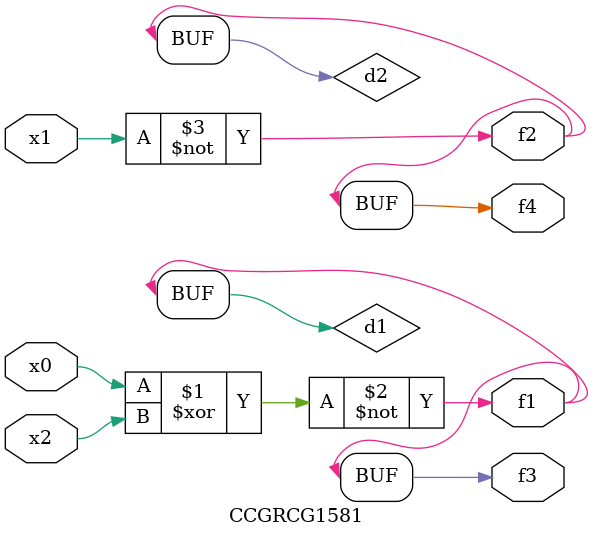
<source format=v>
module CCGRCG1581(
	input x0, x1, x2,
	output f1, f2, f3, f4
);

	wire d1, d2, d3;

	xnor (d1, x0, x2);
	nand (d2, x1);
	nor (d3, x1, x2);
	assign f1 = d1;
	assign f2 = d2;
	assign f3 = d1;
	assign f4 = d2;
endmodule

</source>
